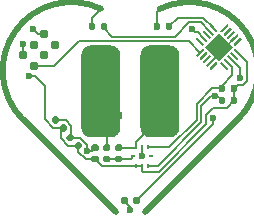
<source format=gbr>
%TF.GenerationSoftware,KiCad,Pcbnew,8.0.9-8.0.9-0~ubuntu20.04.1*%
%TF.CreationDate,2025-06-13T22:36:46+01:00*%
%TF.ProjectId,nfc-pcb-tag,6e66632d-7063-4622-9d74-61672e6b6963,rev?*%
%TF.SameCoordinates,Original*%
%TF.FileFunction,Copper,L2,Bot*%
%TF.FilePolarity,Positive*%
%FSLAX46Y46*%
G04 Gerber Fmt 4.6, Leading zero omitted, Abs format (unit mm)*
G04 Created by KiCad (PCBNEW 8.0.9-8.0.9-0~ubuntu20.04.1) date 2025-06-13 22:36:46*
%MOMM*%
%LPD*%
G01*
G04 APERTURE LIST*
%TA.AperFunction,Conductor*%
%ADD10C,0.550000*%
%TD*%
%TA.AperFunction,SMDPad,CuDef*%
%ADD11R,0.250000X0.400000*%
%TD*%
%TA.AperFunction,SMDPad,CuDef*%
%ADD12R,0.400000X0.250000*%
%TD*%
%TA.AperFunction,ConnectorPad*%
%ADD13C,0.787400*%
%TD*%
%TA.AperFunction,ViaPad*%
%ADD14C,0.600000*%
%TD*%
%TA.AperFunction,Conductor*%
%ADD15C,0.200000*%
%TD*%
G04 APERTURE END LIST*
D10*
%TO.N,Net-(R4-Pad1)*%
X63388279Y-40111721D02*
G75*
G02*
X70000000Y-30750000I4111721J4111721D01*
G01*
X63388279Y-40111721D02*
X71250000Y-48000000D01*
%TO.N,Net-(R3-Pad1)*%
X81611721Y-40111721D02*
X73750000Y-48000000D01*
X75000000Y-30750001D02*
G75*
G02*
X81611720Y-40111720I2500000J-5249999D01*
G01*
%TD*%
%TO.P,R4,1*%
%TO.N,Net-(R4-Pad1)*%
%TA.AperFunction,SMDPad,CuDef*%
G36*
G01*
X68970000Y-32435000D02*
X68970000Y-32065000D01*
G75*
G02*
X69105000Y-31930000I135000J0D01*
G01*
X69375000Y-31930000D01*
G75*
G02*
X69510000Y-32065000I0J-135000D01*
G01*
X69510000Y-32435000D01*
G75*
G02*
X69375000Y-32570000I-135000J0D01*
G01*
X69105000Y-32570000D01*
G75*
G02*
X68970000Y-32435000I0J135000D01*
G01*
G37*
%TD.AperFunction*%
%TO.P,R4,2*%
%TO.N,/A1*%
%TA.AperFunction,SMDPad,CuDef*%
G36*
G01*
X69990000Y-32435000D02*
X69990000Y-32065000D01*
G75*
G02*
X70125000Y-31930000I135000J0D01*
G01*
X70395000Y-31930000D01*
G75*
G02*
X70530000Y-32065000I0J-135000D01*
G01*
X70530000Y-32435000D01*
G75*
G02*
X70395000Y-32570000I-135000J0D01*
G01*
X70125000Y-32570000D01*
G75*
G02*
X69990000Y-32435000I0J135000D01*
G01*
G37*
%TD.AperFunction*%
%TD*%
%TO.P,R2,1*%
%TO.N,+3.3V*%
%TA.AperFunction,SMDPad,CuDef*%
G36*
G01*
X81530000Y-38315000D02*
X81530000Y-38685000D01*
G75*
G02*
X81395000Y-38820000I-135000J0D01*
G01*
X81125000Y-38820000D01*
G75*
G02*
X80990000Y-38685000I0J135000D01*
G01*
X80990000Y-38315000D01*
G75*
G02*
X81125000Y-38180000I135000J0D01*
G01*
X81395000Y-38180000D01*
G75*
G02*
X81530000Y-38315000I0J-135000D01*
G01*
G37*
%TD.AperFunction*%
%TO.P,R2,2*%
%TO.N,/SDA*%
%TA.AperFunction,SMDPad,CuDef*%
G36*
G01*
X80510000Y-38315000D02*
X80510000Y-38685000D01*
G75*
G02*
X80375000Y-38820000I-135000J0D01*
G01*
X80105000Y-38820000D01*
G75*
G02*
X79970000Y-38685000I0J135000D01*
G01*
X79970000Y-38315000D01*
G75*
G02*
X80105000Y-38180000I135000J0D01*
G01*
X80375000Y-38180000D01*
G75*
G02*
X80510000Y-38315000I0J-135000D01*
G01*
G37*
%TD.AperFunction*%
%TD*%
D11*
%TO.P,IC1,1,LA*%
%TO.N,Net-(IC1-LA)*%
X73000000Y-42450000D03*
%TO.P,IC1,2,VSS*%
%TO.N,GND*%
X73500000Y-42450000D03*
%TO.P,IC1,3,SCL*%
%TO.N,/SCL*%
X74000000Y-42450000D03*
D12*
%TO.P,IC1,4,FD*%
%TO.N,unconnected-(IC1-FD-Pad4)*%
X74250000Y-43250000D03*
D11*
%TO.P,IC1,5,SDA*%
%TO.N,/SDA*%
X74000000Y-44050000D03*
%TO.P,IC1,6,VCC*%
%TO.N,+3.3V*%
X73500000Y-44050000D03*
%TO.P,IC1,7,VOUT*%
X73000000Y-44050000D03*
D12*
%TO.P,IC1,8,LB*%
%TO.N,Net-(IC1-LB)*%
X72750000Y-43250000D03*
%TD*%
%TO.P,R1,1*%
%TO.N,+3.3V*%
%TA.AperFunction,SMDPad,CuDef*%
G36*
G01*
X81530000Y-37315000D02*
X81530000Y-37685000D01*
G75*
G02*
X81395000Y-37820000I-135000J0D01*
G01*
X81125000Y-37820000D01*
G75*
G02*
X80990000Y-37685000I0J135000D01*
G01*
X80990000Y-37315000D01*
G75*
G02*
X81125000Y-37180000I135000J0D01*
G01*
X81395000Y-37180000D01*
G75*
G02*
X81530000Y-37315000I0J-135000D01*
G01*
G37*
%TD.AperFunction*%
%TO.P,R1,2*%
%TO.N,/SCL*%
%TA.AperFunction,SMDPad,CuDef*%
G36*
G01*
X80510000Y-37315000D02*
X80510000Y-37685000D01*
G75*
G02*
X80375000Y-37820000I-135000J0D01*
G01*
X80105000Y-37820000D01*
G75*
G02*
X79970000Y-37685000I0J135000D01*
G01*
X79970000Y-37315000D01*
G75*
G02*
X80105000Y-37180000I135000J0D01*
G01*
X80375000Y-37180000D01*
G75*
G02*
X80510000Y-37315000I0J-135000D01*
G01*
G37*
%TD.AperFunction*%
%TD*%
D13*
%TO.P,J1,1,VCC*%
%TO.N,+3.3V*%
X63402962Y-34699013D03*
%TO.P,J1,2,SWDIO*%
%TO.N,/SWDIO*%
X64300987Y-35597038D03*
%TO.P,J1,3,~{RESET}*%
%TO.N,unconnected-(J1-~{RESET}-Pad3)*%
X64300987Y-33800987D03*
%TO.P,J1,4,SWCLK*%
%TO.N,unconnected-(J1-SWCLK-Pad4)*%
X65199013Y-34699013D03*
%TO.P,J1,5,GND*%
%TO.N,GND*%
X65199013Y-32902962D03*
%TO.P,J1,6,SWO*%
%TO.N,unconnected-(J1-SWO-Pad6)*%
X66097038Y-33800987D03*
%TD*%
%TO.P,R3,1*%
%TO.N,Net-(R3-Pad1)*%
%TA.AperFunction,SMDPad,CuDef*%
G36*
G01*
X74470000Y-32435000D02*
X74470000Y-32065000D01*
G75*
G02*
X74605000Y-31930000I135000J0D01*
G01*
X74875000Y-31930000D01*
G75*
G02*
X75010000Y-32065000I0J-135000D01*
G01*
X75010000Y-32435000D01*
G75*
G02*
X74875000Y-32570000I-135000J0D01*
G01*
X74605000Y-32570000D01*
G75*
G02*
X74470000Y-32435000I0J135000D01*
G01*
G37*
%TD.AperFunction*%
%TO.P,R3,2*%
%TO.N,/A0*%
%TA.AperFunction,SMDPad,CuDef*%
G36*
G01*
X75490000Y-32435000D02*
X75490000Y-32065000D01*
G75*
G02*
X75625000Y-31930000I135000J0D01*
G01*
X75895000Y-31930000D01*
G75*
G02*
X76030000Y-32065000I0J-135000D01*
G01*
X76030000Y-32435000D01*
G75*
G02*
X75895000Y-32570000I-135000J0D01*
G01*
X75625000Y-32570000D01*
G75*
G02*
X75490000Y-32435000I0J135000D01*
G01*
G37*
%TD.AperFunction*%
%TD*%
%TO.P,U1,1,PD7*%
%TO.N,unconnected-(U1-PD7-Pad1)*%
%TA.AperFunction,SMDPad,CuDef*%
G36*
G01*
X80724784Y-32073135D02*
X80795494Y-32143845D01*
G75*
G02*
X80795494Y-32214555I-35355J-35355D01*
G01*
X80265164Y-32744885D01*
G75*
G02*
X80194454Y-32744885I-35355J35355D01*
G01*
X80123744Y-32674175D01*
G75*
G02*
X80123744Y-32603465I35355J35355D01*
G01*
X80654074Y-32073135D01*
G75*
G02*
X80724784Y-32073135I35355J-35355D01*
G01*
G37*
%TD.AperFunction*%
%TO.P,U1,2,PA1*%
%TO.N,unconnected-(U1-PA1-Pad2)*%
%TA.AperFunction,SMDPad,CuDef*%
G36*
G01*
X81007627Y-32355977D02*
X81078337Y-32426687D01*
G75*
G02*
X81078337Y-32497397I-35355J-35355D01*
G01*
X80548007Y-33027727D01*
G75*
G02*
X80477297Y-33027727I-35355J35355D01*
G01*
X80406587Y-32957017D01*
G75*
G02*
X80406587Y-32886307I35355J35355D01*
G01*
X80936917Y-32355977D01*
G75*
G02*
X81007627Y-32355977I35355J-35355D01*
G01*
G37*
%TD.AperFunction*%
%TO.P,U1,3,PA2*%
%TO.N,unconnected-(U1-PA2-Pad3)*%
%TA.AperFunction,SMDPad,CuDef*%
G36*
G01*
X81290470Y-32638820D02*
X81361180Y-32709530D01*
G75*
G02*
X81361180Y-32780240I-35355J-35355D01*
G01*
X80830850Y-33310570D01*
G75*
G02*
X80760140Y-33310570I-35355J35355D01*
G01*
X80689430Y-33239860D01*
G75*
G02*
X80689430Y-33169150I35355J35355D01*
G01*
X81219760Y-32638820D01*
G75*
G02*
X81290470Y-32638820I35355J-35355D01*
G01*
G37*
%TD.AperFunction*%
%TO.P,U1,4,VSS*%
%TO.N,GND*%
%TA.AperFunction,SMDPad,CuDef*%
G36*
G01*
X81573313Y-32921663D02*
X81644023Y-32992373D01*
G75*
G02*
X81644023Y-33063083I-35355J-35355D01*
G01*
X81113693Y-33593413D01*
G75*
G02*
X81042983Y-33593413I-35355J35355D01*
G01*
X80972273Y-33522703D01*
G75*
G02*
X80972273Y-33451993I35355J35355D01*
G01*
X81502603Y-32921663D01*
G75*
G02*
X81573313Y-32921663I35355J-35355D01*
G01*
G37*
%TD.AperFunction*%
%TO.P,U1,5,PD0*%
%TO.N,unconnected-(U1-PD0-Pad5)*%
%TA.AperFunction,SMDPad,CuDef*%
G36*
G01*
X81856155Y-33204506D02*
X81926865Y-33275216D01*
G75*
G02*
X81926865Y-33345926I-35355J-35355D01*
G01*
X81396535Y-33876256D01*
G75*
G02*
X81325825Y-33876256I-35355J35355D01*
G01*
X81255115Y-33805546D01*
G75*
G02*
X81255115Y-33734836I35355J35355D01*
G01*
X81785445Y-33204506D01*
G75*
G02*
X81856155Y-33204506I35355J-35355D01*
G01*
G37*
%TD.AperFunction*%
%TO.P,U1,6,VDD*%
%TO.N,+3.3V*%
%TA.AperFunction,SMDPad,CuDef*%
G36*
G01*
X81396535Y-34123744D02*
X81926865Y-34654074D01*
G75*
G02*
X81926865Y-34724784I-35355J-35355D01*
G01*
X81856155Y-34795494D01*
G75*
G02*
X81785445Y-34795494I-35355J35355D01*
G01*
X81255115Y-34265164D01*
G75*
G02*
X81255115Y-34194454I35355J35355D01*
G01*
X81325825Y-34123744D01*
G75*
G02*
X81396535Y-34123744I35355J-35355D01*
G01*
G37*
%TD.AperFunction*%
%TO.P,U1,7,PC0*%
%TO.N,unconnected-(U1-PC0-Pad7)*%
%TA.AperFunction,SMDPad,CuDef*%
G36*
G01*
X81113693Y-34406587D02*
X81644023Y-34936917D01*
G75*
G02*
X81644023Y-35007627I-35355J-35355D01*
G01*
X81573313Y-35078337D01*
G75*
G02*
X81502603Y-35078337I-35355J35355D01*
G01*
X80972273Y-34548007D01*
G75*
G02*
X80972273Y-34477297I35355J35355D01*
G01*
X81042983Y-34406587D01*
G75*
G02*
X81113693Y-34406587I35355J-35355D01*
G01*
G37*
%TD.AperFunction*%
%TO.P,U1,8,PC1*%
%TO.N,/SDA*%
%TA.AperFunction,SMDPad,CuDef*%
G36*
G01*
X80830850Y-34689430D02*
X81361180Y-35219760D01*
G75*
G02*
X81361180Y-35290470I-35355J-35355D01*
G01*
X81290470Y-35361180D01*
G75*
G02*
X81219760Y-35361180I-35355J35355D01*
G01*
X80689430Y-34830850D01*
G75*
G02*
X80689430Y-34760140I35355J35355D01*
G01*
X80760140Y-34689430D01*
G75*
G02*
X80830850Y-34689430I35355J-35355D01*
G01*
G37*
%TD.AperFunction*%
%TO.P,U1,9,PC2*%
%TO.N,/SCL*%
%TA.AperFunction,SMDPad,CuDef*%
G36*
G01*
X80548007Y-34972273D02*
X81078337Y-35502603D01*
G75*
G02*
X81078337Y-35573313I-35355J-35355D01*
G01*
X81007627Y-35644023D01*
G75*
G02*
X80936917Y-35644023I-35355J35355D01*
G01*
X80406587Y-35113693D01*
G75*
G02*
X80406587Y-35042983I35355J35355D01*
G01*
X80477297Y-34972273D01*
G75*
G02*
X80548007Y-34972273I35355J-35355D01*
G01*
G37*
%TD.AperFunction*%
%TO.P,U1,10,PC3*%
%TO.N,unconnected-(U1-PC3-Pad10)*%
%TA.AperFunction,SMDPad,CuDef*%
G36*
G01*
X80265164Y-35255115D02*
X80795494Y-35785445D01*
G75*
G02*
X80795494Y-35856155I-35355J-35355D01*
G01*
X80724784Y-35926865D01*
G75*
G02*
X80654074Y-35926865I-35355J35355D01*
G01*
X80123744Y-35396535D01*
G75*
G02*
X80123744Y-35325825I35355J35355D01*
G01*
X80194454Y-35255115D01*
G75*
G02*
X80265164Y-35255115I35355J-35355D01*
G01*
G37*
%TD.AperFunction*%
%TO.P,U1,11,PC4*%
%TO.N,unconnected-(U1-PC4-Pad11)*%
%TA.AperFunction,SMDPad,CuDef*%
G36*
G01*
X79805546Y-35255115D02*
X79876256Y-35325825D01*
G75*
G02*
X79876256Y-35396535I-35355J-35355D01*
G01*
X79345926Y-35926865D01*
G75*
G02*
X79275216Y-35926865I-35355J35355D01*
G01*
X79204506Y-35856155D01*
G75*
G02*
X79204506Y-35785445I35355J35355D01*
G01*
X79734836Y-35255115D01*
G75*
G02*
X79805546Y-35255115I35355J-35355D01*
G01*
G37*
%TD.AperFunction*%
%TO.P,U1,12,PC5*%
%TO.N,GND*%
%TA.AperFunction,SMDPad,CuDef*%
G36*
G01*
X79522703Y-34972273D02*
X79593413Y-35042983D01*
G75*
G02*
X79593413Y-35113693I-35355J-35355D01*
G01*
X79063083Y-35644023D01*
G75*
G02*
X78992373Y-35644023I-35355J35355D01*
G01*
X78921663Y-35573313D01*
G75*
G02*
X78921663Y-35502603I35355J35355D01*
G01*
X79451993Y-34972273D01*
G75*
G02*
X79522703Y-34972273I35355J-35355D01*
G01*
G37*
%TD.AperFunction*%
%TO.P,U1,13,PC6*%
%TO.N,unconnected-(U1-PC6-Pad13)*%
%TA.AperFunction,SMDPad,CuDef*%
G36*
G01*
X79239860Y-34689430D02*
X79310570Y-34760140D01*
G75*
G02*
X79310570Y-34830850I-35355J-35355D01*
G01*
X78780240Y-35361180D01*
G75*
G02*
X78709530Y-35361180I-35355J35355D01*
G01*
X78638820Y-35290470D01*
G75*
G02*
X78638820Y-35219760I35355J35355D01*
G01*
X79169150Y-34689430D01*
G75*
G02*
X79239860Y-34689430I35355J-35355D01*
G01*
G37*
%TD.AperFunction*%
%TO.P,U1,14,PC7*%
%TO.N,unconnected-(U1-PC7-Pad14)*%
%TA.AperFunction,SMDPad,CuDef*%
G36*
G01*
X78957017Y-34406587D02*
X79027727Y-34477297D01*
G75*
G02*
X79027727Y-34548007I-35355J-35355D01*
G01*
X78497397Y-35078337D01*
G75*
G02*
X78426687Y-35078337I-35355J35355D01*
G01*
X78355977Y-35007627D01*
G75*
G02*
X78355977Y-34936917I35355J35355D01*
G01*
X78886307Y-34406587D01*
G75*
G02*
X78957017Y-34406587I35355J-35355D01*
G01*
G37*
%TD.AperFunction*%
%TO.P,U1,15,PD1*%
%TO.N,/SWDIO*%
%TA.AperFunction,SMDPad,CuDef*%
G36*
G01*
X78674175Y-34123744D02*
X78744885Y-34194454D01*
G75*
G02*
X78744885Y-34265164I-35355J-35355D01*
G01*
X78214555Y-34795494D01*
G75*
G02*
X78143845Y-34795494I-35355J35355D01*
G01*
X78073135Y-34724784D01*
G75*
G02*
X78073135Y-34654074I35355J35355D01*
G01*
X78603465Y-34123744D01*
G75*
G02*
X78674175Y-34123744I35355J-35355D01*
G01*
G37*
%TD.AperFunction*%
%TO.P,U1,16,PD2*%
%TO.N,unconnected-(U1-PD2-Pad16)*%
%TA.AperFunction,SMDPad,CuDef*%
G36*
G01*
X78214555Y-33204506D02*
X78744885Y-33734836D01*
G75*
G02*
X78744885Y-33805546I-35355J-35355D01*
G01*
X78674175Y-33876256D01*
G75*
G02*
X78603465Y-33876256I-35355J35355D01*
G01*
X78073135Y-33345926D01*
G75*
G02*
X78073135Y-33275216I35355J35355D01*
G01*
X78143845Y-33204506D01*
G75*
G02*
X78214555Y-33204506I35355J-35355D01*
G01*
G37*
%TD.AperFunction*%
%TO.P,U1,17,PD3*%
%TO.N,/LED0*%
%TA.AperFunction,SMDPad,CuDef*%
G36*
G01*
X78497397Y-32921663D02*
X79027727Y-33451993D01*
G75*
G02*
X79027727Y-33522703I-35355J-35355D01*
G01*
X78957017Y-33593413D01*
G75*
G02*
X78886307Y-33593413I-35355J35355D01*
G01*
X78355977Y-33063083D01*
G75*
G02*
X78355977Y-32992373I35355J35355D01*
G01*
X78426687Y-32921663D01*
G75*
G02*
X78497397Y-32921663I35355J-35355D01*
G01*
G37*
%TD.AperFunction*%
%TO.P,U1,18,PD4*%
%TO.N,/LED1*%
%TA.AperFunction,SMDPad,CuDef*%
G36*
G01*
X78780240Y-32638820D02*
X79310570Y-33169150D01*
G75*
G02*
X79310570Y-33239860I-35355J-35355D01*
G01*
X79239860Y-33310570D01*
G75*
G02*
X79169150Y-33310570I-35355J35355D01*
G01*
X78638820Y-32780240D01*
G75*
G02*
X78638820Y-32709530I35355J35355D01*
G01*
X78709530Y-32638820D01*
G75*
G02*
X78780240Y-32638820I35355J-35355D01*
G01*
G37*
%TD.AperFunction*%
%TO.P,U1,19,PD5*%
%TO.N,/A1*%
%TA.AperFunction,SMDPad,CuDef*%
G36*
G01*
X79063083Y-32355977D02*
X79593413Y-32886307D01*
G75*
G02*
X79593413Y-32957017I-35355J-35355D01*
G01*
X79522703Y-33027727D01*
G75*
G02*
X79451993Y-33027727I-35355J35355D01*
G01*
X78921663Y-32497397D01*
G75*
G02*
X78921663Y-32426687I35355J35355D01*
G01*
X78992373Y-32355977D01*
G75*
G02*
X79063083Y-32355977I35355J-35355D01*
G01*
G37*
%TD.AperFunction*%
%TO.P,U1,20,PD6*%
%TO.N,/A0*%
%TA.AperFunction,SMDPad,CuDef*%
G36*
G01*
X79345926Y-32073135D02*
X79876256Y-32603465D01*
G75*
G02*
X79876256Y-32674175I-35355J-35355D01*
G01*
X79805546Y-32744885D01*
G75*
G02*
X79734836Y-32744885I-35355J35355D01*
G01*
X79204506Y-32214555D01*
G75*
G02*
X79204506Y-32143845I35355J35355D01*
G01*
X79275216Y-32073135D01*
G75*
G02*
X79345926Y-32073135I35355J-35355D01*
G01*
G37*
%TD.AperFunction*%
%TA.AperFunction,HeatsinkPad*%
%TO.P,U1,21,VSS*%
%TO.N,GND*%
G36*
X80000000Y-32833274D02*
G01*
X81166726Y-34000000D01*
X80000000Y-35166726D01*
X78833274Y-34000000D01*
X80000000Y-32833274D01*
G37*
%TD.AperFunction*%
%TD*%
%TO.P,C2,1*%
%TO.N,+3.3V*%
%TA.AperFunction,SMDPad,CuDef*%
G36*
G01*
X67157609Y-40917193D02*
X66917193Y-41157609D01*
G75*
G02*
X66719203Y-41157609I-98995J98995D01*
G01*
X66521213Y-40959619D01*
G75*
G02*
X66521213Y-40761629I98995J98995D01*
G01*
X66761629Y-40521213D01*
G75*
G02*
X66959619Y-40521213I98995J-98995D01*
G01*
X67157609Y-40719203D01*
G75*
G02*
X67157609Y-40917193I-98995J-98995D01*
G01*
G37*
%TD.AperFunction*%
%TO.P,C2,2*%
%TO.N,GND*%
%TA.AperFunction,SMDPad,CuDef*%
G36*
G01*
X66478787Y-40238371D02*
X66238371Y-40478787D01*
G75*
G02*
X66040381Y-40478787I-98995J98995D01*
G01*
X65842391Y-40280797D01*
G75*
G02*
X65842391Y-40082807I98995J98995D01*
G01*
X66082807Y-39842391D01*
G75*
G02*
X66280797Y-39842391I98995J-98995D01*
G01*
X66478787Y-40040381D01*
G75*
G02*
X66478787Y-40238371I-98995J-98995D01*
G01*
G37*
%TD.AperFunction*%
%TD*%
%TO.P,C6,1*%
%TO.N,+3.3V*%
%TA.AperFunction,SMDPad,CuDef*%
G36*
G01*
X68407609Y-42417193D02*
X68167193Y-42657609D01*
G75*
G02*
X67969203Y-42657609I-98995J98995D01*
G01*
X67771213Y-42459619D01*
G75*
G02*
X67771213Y-42261629I98995J98995D01*
G01*
X68011629Y-42021213D01*
G75*
G02*
X68209619Y-42021213I98995J-98995D01*
G01*
X68407609Y-42219203D01*
G75*
G02*
X68407609Y-42417193I-98995J-98995D01*
G01*
G37*
%TD.AperFunction*%
%TO.P,C6,2*%
%TO.N,GND*%
%TA.AperFunction,SMDPad,CuDef*%
G36*
G01*
X67728787Y-41738371D02*
X67488371Y-41978787D01*
G75*
G02*
X67290381Y-41978787I-98995J98995D01*
G01*
X67092391Y-41780797D01*
G75*
G02*
X67092391Y-41582807I98995J98995D01*
G01*
X67332807Y-41342391D01*
G75*
G02*
X67530797Y-41342391I98995J-98995D01*
G01*
X67728787Y-41540381D01*
G75*
G02*
X67728787Y-41738371I-98995J-98995D01*
G01*
G37*
%TD.AperFunction*%
%TD*%
%TO.P,R5,1*%
%TO.N,/LED0*%
%TA.AperFunction,SMDPad,CuDef*%
G36*
G01*
X73280000Y-46815000D02*
X73280000Y-47185000D01*
G75*
G02*
X73145000Y-47320000I-135000J0D01*
G01*
X72875000Y-47320000D01*
G75*
G02*
X72740000Y-47185000I0J135000D01*
G01*
X72740000Y-46815000D01*
G75*
G02*
X72875000Y-46680000I135000J0D01*
G01*
X73145000Y-46680000D01*
G75*
G02*
X73280000Y-46815000I0J-135000D01*
G01*
G37*
%TD.AperFunction*%
%TO.P,R5,2*%
%TO.N,Net-(D1-A)*%
%TA.AperFunction,SMDPad,CuDef*%
G36*
G01*
X72260000Y-46815000D02*
X72260000Y-47185000D01*
G75*
G02*
X72125000Y-47320000I-135000J0D01*
G01*
X71855000Y-47320000D01*
G75*
G02*
X71720000Y-47185000I0J135000D01*
G01*
X71720000Y-46815000D01*
G75*
G02*
X71855000Y-46680000I135000J0D01*
G01*
X72125000Y-46680000D01*
G75*
G02*
X72260000Y-46815000I0J-135000D01*
G01*
G37*
%TD.AperFunction*%
%TD*%
%TO.P,C3,1*%
%TO.N,Net-(C3-Pad1)*%
%TA.AperFunction,SMDPad,CuDef*%
G36*
G01*
X70330000Y-42240000D02*
X70670000Y-42240000D01*
G75*
G02*
X70810000Y-42380000I0J-140000D01*
G01*
X70810000Y-42660000D01*
G75*
G02*
X70670000Y-42800000I-140000J0D01*
G01*
X70330000Y-42800000D01*
G75*
G02*
X70190000Y-42660000I0J140000D01*
G01*
X70190000Y-42380000D01*
G75*
G02*
X70330000Y-42240000I140000J0D01*
G01*
G37*
%TD.AperFunction*%
%TO.P,C3,2*%
%TO.N,Net-(IC1-LB)*%
%TA.AperFunction,SMDPad,CuDef*%
G36*
G01*
X70330000Y-43200000D02*
X70670000Y-43200000D01*
G75*
G02*
X70810000Y-43340000I0J-140000D01*
G01*
X70810000Y-43620000D01*
G75*
G02*
X70670000Y-43760000I-140000J0D01*
G01*
X70330000Y-43760000D01*
G75*
G02*
X70190000Y-43620000I0J140000D01*
G01*
X70190000Y-43340000D01*
G75*
G02*
X70330000Y-43200000I140000J0D01*
G01*
G37*
%TD.AperFunction*%
%TD*%
%TO.P,C1,1*%
%TO.N,Net-(IC1-LB)*%
%TA.AperFunction,SMDPad,CuDef*%
G36*
G01*
X71670000Y-43760000D02*
X71330000Y-43760000D01*
G75*
G02*
X71190000Y-43620000I0J140000D01*
G01*
X71190000Y-43340000D01*
G75*
G02*
X71330000Y-43200000I140000J0D01*
G01*
X71670000Y-43200000D01*
G75*
G02*
X71810000Y-43340000I0J-140000D01*
G01*
X71810000Y-43620000D01*
G75*
G02*
X71670000Y-43760000I-140000J0D01*
G01*
G37*
%TD.AperFunction*%
%TO.P,C1,2*%
%TO.N,Net-(IC1-LA)*%
%TA.AperFunction,SMDPad,CuDef*%
G36*
G01*
X71670000Y-42800000D02*
X71330000Y-42800000D01*
G75*
G02*
X71190000Y-42660000I0J140000D01*
G01*
X71190000Y-42380000D01*
G75*
G02*
X71330000Y-42240000I140000J0D01*
G01*
X71670000Y-42240000D01*
G75*
G02*
X71810000Y-42380000I0J-140000D01*
G01*
X71810000Y-42660000D01*
G75*
G02*
X71670000Y-42800000I-140000J0D01*
G01*
G37*
%TD.AperFunction*%
%TD*%
%TO.P,C7,1*%
%TO.N,+3.3V*%
%TA.AperFunction,SMDPad,CuDef*%
G36*
G01*
X69670000Y-43760000D02*
X69330000Y-43760000D01*
G75*
G02*
X69190000Y-43620000I0J140000D01*
G01*
X69190000Y-43340000D01*
G75*
G02*
X69330000Y-43200000I140000J0D01*
G01*
X69670000Y-43200000D01*
G75*
G02*
X69810000Y-43340000I0J-140000D01*
G01*
X69810000Y-43620000D01*
G75*
G02*
X69670000Y-43760000I-140000J0D01*
G01*
G37*
%TD.AperFunction*%
%TO.P,C7,2*%
%TO.N,GND*%
%TA.AperFunction,SMDPad,CuDef*%
G36*
G01*
X69670000Y-42800000D02*
X69330000Y-42800000D01*
G75*
G02*
X69190000Y-42660000I0J140000D01*
G01*
X69190000Y-42380000D01*
G75*
G02*
X69330000Y-42240000I140000J0D01*
G01*
X69670000Y-42240000D01*
G75*
G02*
X69810000Y-42380000I0J-140000D01*
G01*
X69810000Y-42660000D01*
G75*
G02*
X69670000Y-42800000I-140000J0D01*
G01*
G37*
%TD.AperFunction*%
%TD*%
%TO.P,TP3,1,1*%
%TO.N,Net-(C3-Pad1)*%
%TA.AperFunction,SMDPad,CuDef*%
G36*
G01*
X71650000Y-34675000D02*
X71650000Y-40825000D01*
G75*
G02*
X70825000Y-41650000I-825000J0D01*
G01*
X69175000Y-41650000D01*
G75*
G02*
X68350000Y-40825000I0J825000D01*
G01*
X68350000Y-34675000D01*
G75*
G02*
X69175000Y-33850000I825000J0D01*
G01*
X70825000Y-33850000D01*
G75*
G02*
X71650000Y-34675000I0J-825000D01*
G01*
G37*
%TD.AperFunction*%
%TO.P,TP3,2,2*%
%TO.N,Net-(IC1-LA)*%
%TA.AperFunction,SMDPad,CuDef*%
G36*
G01*
X76650000Y-34675000D02*
X76650000Y-40825000D01*
G75*
G02*
X75825000Y-41650000I-825000J0D01*
G01*
X74175000Y-41650000D01*
G75*
G02*
X73350000Y-40825000I0J825000D01*
G01*
X73350000Y-34675000D01*
G75*
G02*
X74175000Y-33850000I825000J0D01*
G01*
X75825000Y-33850000D01*
G75*
G02*
X76650000Y-34675000I0J-825000D01*
G01*
G37*
%TD.AperFunction*%
%TD*%
D14*
%TO.N,GND*%
X64250000Y-32500000D03*
X68864265Y-42765735D03*
X73500000Y-43250000D03*
X80250000Y-34000000D03*
%TO.N,+3.3V*%
X63409090Y-33744213D03*
X63933257Y-36411578D03*
%TO.N,Net-(D1-A)*%
X72500000Y-47750000D03*
%TO.N,/SDA*%
X81761119Y-36587409D03*
X79625347Y-38104555D03*
%TO.N,/LED0*%
X77750000Y-32500000D03*
X79500000Y-40000000D03*
%TD*%
D15*
%TO.N,Net-(IC1-LA)*%
X71500000Y-42520000D02*
X72930000Y-42520000D01*
X73000000Y-42450000D02*
X73000000Y-42025000D01*
X72930000Y-42520000D02*
X73000000Y-42450000D01*
X75000000Y-40025000D02*
X75000000Y-37750000D01*
X73000000Y-42025000D02*
X75000000Y-40025000D01*
%TO.N,GND*%
X79138881Y-35426805D02*
X80250000Y-34315686D01*
X67501358Y-40638688D02*
X67023259Y-40160589D01*
X67410589Y-41589411D02*
X67501358Y-41498642D01*
X68864265Y-42251595D02*
X68273259Y-41660589D01*
X67501358Y-41498642D02*
X67501358Y-40638688D01*
X65199013Y-32902962D02*
X64652962Y-32902962D01*
X67023259Y-40160589D02*
X66160589Y-40160589D01*
X67410589Y-41660589D02*
X67410589Y-41589411D01*
X68864265Y-42765735D02*
X69254265Y-42765735D01*
X68864265Y-42765735D02*
X68864265Y-42251595D01*
X80250000Y-34315686D02*
X80250000Y-34000000D01*
X64652962Y-32902962D02*
X64250000Y-32500000D01*
X73500000Y-42450000D02*
X73500000Y-43250000D01*
X69254265Y-42765735D02*
X69500000Y-42520000D01*
X80565686Y-34000000D02*
X80250000Y-34000000D01*
X81308148Y-33257538D02*
X80565686Y-34000000D01*
X68273259Y-41660589D02*
X67410589Y-41660589D01*
%TO.N,+3.3V*%
X67226741Y-42339411D02*
X68089411Y-42339411D01*
X81260000Y-38500000D02*
X81260000Y-37500000D01*
X73575000Y-44550000D02*
X73500000Y-44475000D01*
X65976741Y-40839411D02*
X65250000Y-40112670D01*
X66839411Y-40839411D02*
X65976741Y-40839411D01*
X65250000Y-40112670D02*
X65250000Y-37250000D01*
X81260000Y-38500000D02*
X80640000Y-39120000D01*
X82361119Y-35229748D02*
X81590990Y-34459619D01*
X79531471Y-39120000D02*
X78900000Y-39751471D01*
X68730000Y-43480000D02*
X69500000Y-43480000D01*
X64411578Y-36411578D02*
X65250000Y-37250000D01*
X82361119Y-36835938D02*
X82361119Y-35229748D01*
X63402962Y-34699013D02*
X63402962Y-33750341D01*
X73500000Y-44475000D02*
X73500000Y-44050000D01*
X68089411Y-42339411D02*
X68089411Y-42839411D01*
X73510000Y-44060000D02*
X70080000Y-44060000D01*
X80640000Y-39120000D02*
X79531471Y-39120000D01*
X81572591Y-37187409D02*
X82009648Y-37187409D01*
X70080000Y-44060000D02*
X69500000Y-43480000D01*
X63402962Y-33750341D02*
X63409090Y-33744213D01*
X66620208Y-41732878D02*
X67226741Y-42339411D01*
X74894314Y-44550000D02*
X73575000Y-44550000D01*
X78900000Y-40544314D02*
X74894314Y-44550000D01*
X63933257Y-36411578D02*
X64411578Y-36411578D01*
X68089411Y-42839411D02*
X68730000Y-43480000D01*
X81260000Y-37500000D02*
X81572591Y-37187409D01*
X82009648Y-37187409D02*
X82361119Y-36835938D01*
X78900000Y-39751471D02*
X78900000Y-40544314D01*
X66839411Y-40839411D02*
X66620208Y-41058614D01*
X66620208Y-41058614D02*
X66620208Y-41732878D01*
%TO.N,Net-(D1-A)*%
X72500000Y-47510000D02*
X71990000Y-47000000D01*
X72500000Y-47750000D02*
X72500000Y-47510000D01*
%TO.N,/SCL*%
X80240000Y-37260000D02*
X81111119Y-36388881D01*
X78100000Y-40147870D02*
X78100000Y-38781372D01*
X74000000Y-42450000D02*
X75797870Y-42450000D01*
X79381372Y-37500000D02*
X80240000Y-37500000D01*
X81111119Y-35676805D02*
X80742462Y-35308148D01*
X81111119Y-36388881D02*
X81111119Y-35676805D01*
X75797870Y-42450000D02*
X78100000Y-40147870D01*
X80240000Y-37500000D02*
X80240000Y-37260000D01*
X78100000Y-38781372D02*
X79381372Y-37500000D01*
%TO.N,/SDA*%
X81761119Y-36587409D02*
X81761119Y-35761119D01*
X74828628Y-44050000D02*
X74000000Y-44050000D01*
X79342503Y-38104555D02*
X78500000Y-38947058D01*
X79625347Y-38104555D02*
X79844555Y-38104555D01*
X78500000Y-40378628D02*
X74828628Y-44050000D01*
X78500000Y-38947058D02*
X78500000Y-40378628D01*
X79625347Y-38104555D02*
X79342503Y-38104555D01*
X79844555Y-38104555D02*
X80240000Y-38500000D01*
X81761119Y-35761119D02*
X81025305Y-35025305D01*
%TO.N,/SWDIO*%
X77449391Y-33500000D02*
X68132276Y-33500000D01*
X66035238Y-35597038D02*
X64300987Y-35597038D01*
X68132276Y-33500000D02*
X66035238Y-35597038D01*
X78409010Y-34459619D02*
X77449391Y-33500000D01*
%TO.N,/A0*%
X78631371Y-31500000D02*
X76510000Y-31500000D01*
X76510000Y-31500000D02*
X75760000Y-32250000D01*
X79540381Y-32409010D02*
X78631371Y-31500000D01*
%TO.N,Net-(R3-Pad1)*%
X81723442Y-40000000D02*
X81861721Y-39861721D01*
X74740000Y-32250000D02*
X74740000Y-31010001D01*
X74740000Y-31010001D02*
X75000000Y-30750001D01*
%TO.N,Net-(R4-Pad1)*%
X69240000Y-31510001D02*
X70000000Y-30750001D01*
X69240000Y-32250000D02*
X69240000Y-31510001D01*
X63500000Y-40000000D02*
X63388279Y-40111721D01*
%TO.N,/A1*%
X76301471Y-33100000D02*
X77501471Y-31900000D01*
X77501471Y-31900000D02*
X78465686Y-31900000D01*
X70260000Y-32250000D02*
X70260000Y-32415000D01*
X70945000Y-33100000D02*
X76301471Y-33100000D01*
X78465686Y-31900000D02*
X79257538Y-32691852D01*
X70260000Y-32415000D02*
X70945000Y-33100000D01*
%TO.N,/LED0*%
X78691852Y-33257538D02*
X78184314Y-32750000D01*
X78000000Y-32750000D02*
X77750000Y-32500000D01*
X79500000Y-40000000D02*
X79500000Y-40510000D01*
X78184314Y-32750000D02*
X78000000Y-32750000D01*
X79500000Y-40510000D02*
X73010000Y-47000000D01*
%TO.N,Net-(IC1-LB)*%
X72520000Y-43480000D02*
X72750000Y-43250000D01*
X71500000Y-43480000D02*
X72520000Y-43480000D01*
X70500000Y-43480000D02*
X71500000Y-43480000D01*
%TO.N,Net-(C3-Pad1)*%
X70500000Y-38250000D02*
X70000000Y-37750000D01*
X70500000Y-42520000D02*
X70500000Y-38250000D01*
X71700000Y-39500000D02*
X71700000Y-40000000D01*
%TD*%
M02*

</source>
